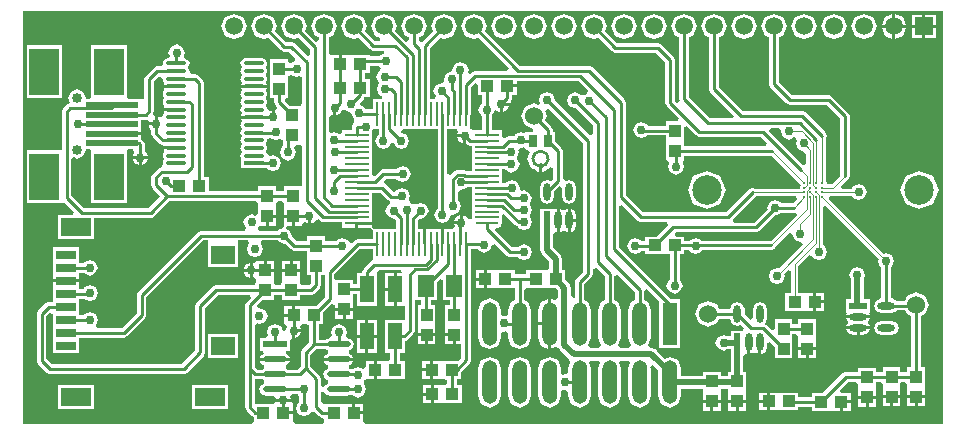
<source format=gtl>
G04 Layer_Physical_Order=1*
G04 Layer_Color=255*
%FSLAX43Y43*%
%MOMM*%
G71*
G01*
G75*
%ADD10C,0.250*%
%ADD11R,1.000X1.100*%
%ADD12O,0.600X1.500*%
%ADD13R,0.600X1.500*%
%ADD14R,1.100X1.000*%
%ADD15O,1.270X3.680*%
%ADD16R,1.270X3.680*%
%ADD17R,2.000X0.550*%
%ADD18O,2.000X0.550*%
%ADD19R,4.500X0.500*%
%ADD20R,2.500X4.000*%
%ADD21R,0.680X1.000*%
%ADD22C,0.508*%
%ADD23O,1.500X0.600*%
%ADD24R,1.500X0.600*%
%ADD25C,0.200*%
%ADD26R,0.220X2.000*%
%ADD27R,2.000X0.220*%
%ADD28O,2.000X0.220*%
%ADD29R,1.400X1.900*%
%ADD30R,1.200X2.300*%
%ADD31R,1.700X0.300*%
%ADD32O,1.700X0.300*%
%ADD33R,2.000X1.500*%
%ADD34R,2.500X1.500*%
%ADD35R,1.750X0.800*%
%ADD36C,0.254*%
%ADD37C,0.076*%
%ADD38C,0.508*%
%ADD39C,0.762*%
%ADD40C,1.524*%
%ADD41C,0.850*%
%ADD42R,1.500X1.500*%
%ADD43C,1.500*%
%ADD44C,2.500*%
G36*
X80820Y62318D02*
X80746Y62287D01*
X80545Y61801D01*
X80746Y61315D01*
X81232Y61114D01*
X81718Y61315D01*
X81919Y61801D01*
X82118Y61823D01*
X82144Y61822D01*
X82144Y61822D01*
X82630Y62023D01*
X82831Y62509D01*
X82630Y62995D01*
X82556Y63026D01*
Y63743D01*
X82767Y63884D01*
X82779Y63879D01*
X83265Y64081D01*
X83302Y64170D01*
X83728D01*
Y63219D01*
Y62219D01*
Y61465D01*
X83670Y61406D01*
X83371Y61464D01*
X83315Y61598D01*
X82956Y61747D01*
Y61112D01*
X82829D01*
Y60985D01*
X82195D01*
X82255Y60841D01*
X82085Y60587D01*
X81359D01*
Y59428D01*
X81320Y59333D01*
X81144D01*
X81105Y59428D01*
Y60587D01*
X79859D01*
Y59428D01*
X79820Y59333D01*
X79605D01*
Y60587D01*
X79144D01*
Y61322D01*
X79340Y61481D01*
X79375Y61466D01*
X79861Y61668D01*
X80062Y62154D01*
X79861Y62640D01*
X79375Y62841D01*
X78996Y62684D01*
X78718Y62691D01*
X78508Y62777D01*
X78390Y63101D01*
X78513Y63398D01*
X78312Y63884D01*
X77826Y64086D01*
X77340Y63884D01*
X77299Y63787D01*
X77053Y63763D01*
X76442Y64374D01*
X76368Y64405D01*
X76314Y64654D01*
X76476Y64840D01*
X77335D01*
X77365Y64767D01*
X77851Y64565D01*
X78337Y64767D01*
X78538Y65253D01*
X78337Y65739D01*
X77851Y65940D01*
X77365Y65739D01*
X77335Y65665D01*
X76225D01*
X75934Y65544D01*
X75490Y65100D01*
X75236Y65206D01*
Y65719D01*
Y66719D01*
Y67719D01*
Y68784D01*
X75246Y68788D01*
X75275Y68857D01*
X75368Y69079D01*
Y69079D01*
X75368Y69079D01*
X75820D01*
Y68591D01*
X75739Y68558D01*
X75538Y68072D01*
X75739Y67586D01*
X76225Y67385D01*
X76711Y67586D01*
X76850Y67920D01*
X77125D01*
X77263Y67586D01*
X77749Y67385D01*
X78235Y67586D01*
X78437Y68072D01*
X78235Y68558D01*
X77791Y68742D01*
X77714Y68825D01*
X77716Y68856D01*
X77853Y69079D01*
X80820D01*
Y62318D01*
D02*
G37*
G36*
X102680Y68542D02*
X102972Y68422D01*
X108211D01*
X108752Y67881D01*
X108655Y67646D01*
X101666D01*
Y68038D01*
X101666D01*
Y68130D01*
X101666D01*
Y69224D01*
X101901Y69321D01*
X102680Y68542D01*
D02*
G37*
G36*
X109905Y68922D02*
X109879Y68859D01*
X110080Y68373D01*
X110566Y68172D01*
X111030Y68364D01*
X111071Y68371D01*
X111091Y68368D01*
X111252Y68092D01*
X111149Y67843D01*
X111350Y67357D01*
X111836Y67156D01*
X112053Y66971D01*
Y66105D01*
X111799Y66000D01*
X108920Y68879D01*
X109025Y69133D01*
X109764D01*
X109905Y68922D01*
D02*
G37*
G36*
X123596Y44171D02*
X123575Y44120D01*
X74728D01*
X74540Y44280D01*
X74540Y44374D01*
Y44907D01*
X73736D01*
Y45034D01*
X73609D01*
Y45788D01*
X73094D01*
X72932Y45788D01*
X72678Y45788D01*
X71232D01*
X71031Y45916D01*
X70974Y45954D01*
Y46761D01*
X71228Y46812D01*
X71311Y46611D01*
X71716Y46443D01*
X73166D01*
X73341Y46515D01*
X73606Y46529D01*
X74092Y46328D01*
X74578Y46529D01*
X74779Y47015D01*
X74579Y47499D01*
X74562Y47541D01*
X74573Y47653D01*
X74608Y47779D01*
X74625Y47801D01*
X74667Y47840D01*
X74837Y47912D01*
X74959Y47912D01*
X75414D01*
Y48666D01*
Y49420D01*
X74737D01*
Y48918D01*
X74483Y48785D01*
X74092Y48947D01*
X73606Y48746D01*
X73351Y48781D01*
X73347Y48783D01*
Y49058D01*
X73571Y49151D01*
X73686Y49428D01*
X71196D01*
X71311Y49151D01*
X71535Y49058D01*
Y48783D01*
X71311Y48690D01*
X71143Y48285D01*
X71311Y47881D01*
X71535Y47788D01*
Y47513D01*
X71311Y47420D01*
X71228Y47219D01*
X70974Y47270D01*
Y47879D01*
X70853Y48171D01*
X70059Y48964D01*
Y49943D01*
X70529Y50413D01*
X71329D01*
X71535Y50328D01*
Y50053D01*
X71311Y49960D01*
X71196Y49682D01*
X73686D01*
X73571Y49960D01*
X73347Y50053D01*
Y50328D01*
X73571Y50421D01*
X73738Y50825D01*
X73571Y51230D01*
X73166Y51398D01*
X73045Y51579D01*
X73154Y51841D01*
X72952Y52327D01*
X72466Y52529D01*
X71980Y52327D01*
X71779Y51841D01*
X71875Y51609D01*
X71734Y51398D01*
X71716D01*
X71329Y51238D01*
X70745D01*
Y52561D01*
X71137D01*
Y53535D01*
X71890Y54289D01*
X72144Y54184D01*
Y53924D01*
X72898D01*
X73652D01*
Y54439D01*
X73652Y54601D01*
X73652Y54845D01*
X73677Y55099D01*
X73987D01*
Y54107D01*
X75695D01*
Y56915D01*
X75695D01*
X75695Y56915D01*
X75865Y57169D01*
X77700D01*
X77843Y56915D01*
X77843Y56915D01*
X77368D01*
Y55511D01*
Y54107D01*
X78048D01*
Y52915D01*
X76387D01*
Y50107D01*
X76829D01*
Y49600D01*
X76649Y49420D01*
X76437Y49420D01*
X76183Y49420D01*
X75668D01*
Y48666D01*
Y47912D01*
X76183D01*
X76345Y47912D01*
X76599Y47912D01*
X78045D01*
Y49420D01*
X77654D01*
Y50107D01*
X78095D01*
Y51137D01*
X78295Y51220D01*
X78752Y51677D01*
X78873Y51968D01*
Y54303D01*
X78891Y54549D01*
X79433D01*
Y54144D01*
X79129D01*
Y52698D01*
X79129Y52536D01*
X79129Y52282D01*
Y51767D01*
X79883D01*
X80637D01*
Y52282D01*
X80637Y52444D01*
X80637Y52698D01*
Y54144D01*
X80258D01*
Y54549D01*
X80799D01*
Y56124D01*
X81057Y56381D01*
X81291Y56284D01*
Y54549D01*
X81833D01*
Y54142D01*
X81491D01*
Y52534D01*
X81491D01*
Y52442D01*
X81491D01*
Y51765D01*
X82245D01*
Y51638D01*
X82372D01*
Y50834D01*
X82820D01*
Y49646D01*
X82594Y49420D01*
X81400D01*
X81238Y49420D01*
X80984Y49420D01*
X80469D01*
Y48666D01*
Y47912D01*
X80984D01*
X81146Y47912D01*
X81376Y47912D01*
X81630Y47854D01*
Y47543D01*
X81450Y47363D01*
X81263Y47363D01*
X81009Y47363D01*
X80494D01*
Y46609D01*
Y45855D01*
X81009D01*
X81171Y45855D01*
X81425Y45855D01*
X82871D01*
Y47363D01*
X82454D01*
Y47912D01*
X82846D01*
Y48506D01*
X83524Y49184D01*
X83644Y49475D01*
Y58920D01*
X84223D01*
X84274Y58798D01*
X84760Y58596D01*
X85246Y58798D01*
X85416Y59209D01*
X85682Y59302D01*
X86653Y58332D01*
X86944Y58211D01*
X87621D01*
X87652Y58137D01*
X88138Y57936D01*
X88624Y58137D01*
X88825Y58623D01*
X88624Y59109D01*
X88138Y59311D01*
X87652Y59109D01*
X87621Y59036D01*
X87115D01*
X85697Y60454D01*
X85794Y60689D01*
X85872D01*
X86151Y60804D01*
X86220Y60971D01*
X86266Y61083D01*
X86236Y61219D01*
X86236D01*
Y61716D01*
X86284Y61764D01*
X86471Y61841D01*
X87389Y60922D01*
X87609Y60831D01*
X87652Y60728D01*
X88138Y60527D01*
X88624Y60728D01*
X88825Y61214D01*
X88715Y61481D01*
X88628Y61709D01*
X88715Y61937D01*
X88825Y62205D01*
X88708Y62487D01*
X88624Y62691D01*
X88693Y62937D01*
X88800Y63195D01*
X88599Y63681D01*
X88113Y63883D01*
X87947Y63814D01*
X87752Y64008D01*
X87784Y64084D01*
X87583Y64570D01*
X87097Y64772D01*
X86611Y64570D01*
X86579Y64495D01*
X86236D01*
Y65670D01*
X86548D01*
X86585Y65579D01*
X87071Y65378D01*
X87557Y65579D01*
X87759Y66065D01*
X87557Y66551D01*
X87506Y66572D01*
X87506Y66621D01*
X87708Y67107D01*
X87634Y67285D01*
X87813Y67465D01*
X87884Y67435D01*
X88120Y67533D01*
X88331Y67392D01*
Y67317D01*
X88510D01*
X88651Y67106D01*
X88422Y66551D01*
X88748Y65764D01*
X89139Y65602D01*
X89172Y65523D01*
X89433Y65415D01*
Y65912D01*
X89687D01*
Y65415D01*
X89949Y65523D01*
X89992Y65627D01*
X90323Y65764D01*
X90347Y65821D01*
X90596Y65771D01*
Y64834D01*
X90403Y64642D01*
X90073Y64778D01*
X89649Y64603D01*
X89474Y64179D01*
Y63279D01*
X89649Y62855D01*
X90073Y62679D01*
X90497Y62855D01*
X90673Y63279D01*
Y63745D01*
X91129Y64201D01*
X91374Y64087D01*
Y63279D01*
X91549Y62855D01*
X91973Y62679D01*
X92397Y62855D01*
X92573Y63279D01*
Y64179D01*
X92397Y64603D01*
X91973Y64778D01*
X91670Y64653D01*
X91421Y64806D01*
Y67208D01*
X91300Y67500D01*
X90739Y68060D01*
Y68825D01*
X90558D01*
Y68986D01*
X90437Y69277D01*
X89925Y69790D01*
X90076Y70155D01*
X89909Y70557D01*
X90083Y70792D01*
X90267Y70795D01*
X93161Y67901D01*
Y56991D01*
X92545Y56375D01*
X92425Y56083D01*
Y54808D01*
X92358Y54772D01*
X92104Y54925D01*
Y55637D01*
X91943Y56026D01*
X91633Y56336D01*
Y57117D01*
X91378D01*
Y58092D01*
X91217Y58480D01*
X90623Y59075D01*
Y60170D01*
X90870Y60343D01*
X90896Y60332D01*
Y61329D01*
Y62326D01*
X90737Y62260D01*
X90627Y62333D01*
Y62333D01*
X89519D01*
Y60325D01*
X89524D01*
Y58847D01*
X89685Y58458D01*
X90279Y57864D01*
Y57296D01*
X90099Y57117D01*
X89771Y57117D01*
X88325D01*
Y56750D01*
X87342D01*
Y57091D01*
X85896D01*
X85734Y57091D01*
X85480Y57091D01*
X84965D01*
Y56337D01*
Y55583D01*
X85480D01*
X85642Y55583D01*
X85896Y55583D01*
X87342D01*
X87345Y55330D01*
Y54574D01*
X87077Y54463D01*
X86795Y53783D01*
Y53371D01*
X86584Y53230D01*
X86436Y53291D01*
X86390Y53272D01*
X86179Y53413D01*
Y53783D01*
X85897Y54463D01*
X85217Y54745D01*
X84537Y54463D01*
X84255Y53783D01*
Y51373D01*
X84537Y50693D01*
X85217Y50411D01*
X85897Y50693D01*
X86179Y51373D01*
Y51794D01*
X86390Y51935D01*
X86436Y51916D01*
X86584Y51977D01*
X86795Y51836D01*
Y51373D01*
X87077Y50693D01*
X87757Y50411D01*
X88437Y50693D01*
X88719Y51373D01*
Y53783D01*
X88437Y54463D01*
X88169Y54574D01*
Y55419D01*
X88325Y55609D01*
X89771D01*
X89933Y55609D01*
X90187Y55609D01*
X90805D01*
X91004Y55409D01*
Y54727D01*
X90750Y54557D01*
X90424Y54693D01*
Y52578D01*
Y50463D01*
X90799Y50619D01*
X91121Y50505D01*
X91165Y50398D01*
X91940Y49624D01*
X92067Y49296D01*
X91875Y48833D01*
Y48424D01*
X91664Y48283D01*
X91592Y48312D01*
X91470Y48262D01*
X91259Y48403D01*
Y48833D01*
X90977Y49513D01*
X90297Y49795D01*
X89617Y49513D01*
X89335Y48833D01*
Y46423D01*
X89617Y45743D01*
X90297Y45461D01*
X90977Y45743D01*
X91259Y46423D01*
Y46847D01*
X91470Y46988D01*
X91592Y46938D01*
X91664Y46967D01*
X91875Y46826D01*
Y46423D01*
X92157Y45743D01*
X92837Y45461D01*
X93517Y45743D01*
X93799Y46423D01*
Y48833D01*
X93626Y49252D01*
X93767Y49463D01*
X94447D01*
X94588Y49252D01*
X94415Y48833D01*
Y46423D01*
X94697Y45743D01*
X95377Y45461D01*
X96057Y45743D01*
X96339Y46423D01*
Y48833D01*
X96166Y49252D01*
X96307Y49463D01*
X96987D01*
X97128Y49252D01*
X96955Y48833D01*
Y46423D01*
X97237Y45743D01*
X97917Y45461D01*
X98597Y45743D01*
X98879Y46423D01*
Y48833D01*
X98829Y48954D01*
X99044Y49098D01*
X99495Y48648D01*
Y46423D01*
X99777Y45743D01*
X100457Y45461D01*
X101137Y45743D01*
X101419Y46423D01*
Y47078D01*
X103269D01*
X103284Y46831D01*
X103284Y46669D01*
Y46154D01*
X104038D01*
X104792D01*
Y46669D01*
X104792Y46831D01*
X104808Y47078D01*
X105402D01*
X105418Y46831D01*
X105418Y46669D01*
Y46154D01*
X106172D01*
X106926D01*
Y46669D01*
X106926Y46831D01*
X106926Y47085D01*
Y48531D01*
X106722D01*
Y49861D01*
X106960Y50037D01*
X107036Y50006D01*
Y51003D01*
X107290D01*
Y50006D01*
X107439Y50068D01*
X107638Y50117D01*
X107836Y50068D01*
X107986Y50006D01*
Y51003D01*
X108240D01*
Y50006D01*
X108537Y50129D01*
X108712Y50553D01*
Y50926D01*
X108947Y51023D01*
X109355Y50615D01*
Y49640D01*
X110863D01*
Y51086D01*
X110863Y51248D01*
X110863D01*
Y51340D01*
X110863D01*
Y51732D01*
X111182D01*
X111362Y51552D01*
X111362Y51366D01*
X111362Y51112D01*
Y50597D01*
X112116D01*
X112870D01*
Y51112D01*
X112870Y51274D01*
X112870Y51528D01*
Y52974D01*
X111362D01*
Y52557D01*
X110863D01*
Y52948D01*
X109355D01*
Y52113D01*
X109120Y52016D01*
X108623Y52514D01*
X108544Y52547D01*
X108712Y52953D01*
Y53853D01*
X108537Y54277D01*
X108113Y54453D01*
X107689Y54277D01*
X107513Y53853D01*
Y53045D01*
X107268Y52931D01*
X106812Y53387D01*
Y53853D01*
X106637Y54277D01*
X106213Y54453D01*
X105789Y54277D01*
X105613Y53853D01*
Y53816D01*
X104653D01*
X104486Y54219D01*
X103708Y54541D01*
X102931Y54219D01*
X102608Y53442D01*
X102931Y52664D01*
X103708Y52342D01*
X104486Y52664D01*
X104621Y52991D01*
X105613D01*
Y52953D01*
X105789Y52529D01*
X106213Y52354D01*
X106542Y52490D01*
X106775Y52258D01*
X106666Y52007D01*
X105659D01*
Y51528D01*
X105361D01*
X105029Y51665D01*
X104543Y51464D01*
X104342Y50978D01*
X104543Y50492D01*
X105029Y50290D01*
X105361Y50428D01*
X105622D01*
Y48531D01*
X105418D01*
Y48178D01*
X104792D01*
Y48531D01*
X103284D01*
Y48178D01*
X101419D01*
Y48833D01*
X101137Y49513D01*
X100457Y49795D01*
X100065Y49633D01*
X99397Y50301D01*
X99573Y50484D01*
X101346D01*
Y54672D01*
X100572D01*
X96170Y59073D01*
Y62528D01*
X96405Y62625D01*
X97727Y61303D01*
X98019Y61183D01*
X100245D01*
X100350Y60929D01*
X99383Y59961D01*
X98408D01*
Y59594D01*
X98078D01*
X98047Y59668D01*
X97561Y59869D01*
X97075Y59668D01*
X96874Y59182D01*
X97075Y58696D01*
X97561Y58495D01*
X98047Y58696D01*
X98078Y58770D01*
X98408D01*
Y58453D01*
X99854D01*
X100016Y58453D01*
Y58453D01*
X100108D01*
Y58453D01*
X100500D01*
Y56330D01*
X100403Y56290D01*
X100201Y55804D01*
X100403Y55318D01*
X100889Y55116D01*
X101375Y55318D01*
X101576Y55804D01*
X101375Y56290D01*
X101325Y56311D01*
Y58453D01*
X101716D01*
Y58795D01*
X102140D01*
X102181Y58696D01*
X102667Y58495D01*
X103153Y58696D01*
X103194Y58795D01*
X109068D01*
X109359Y58916D01*
X109455Y59148D01*
X110650Y60343D01*
X110866Y60199D01*
X110844Y60147D01*
X111045Y59661D01*
X111531Y59460D01*
X111583Y59481D01*
X111727Y59266D01*
X109720Y57259D01*
X109550Y57329D01*
X109064Y57128D01*
X108863Y56642D01*
X109064Y56156D01*
X109550Y55955D01*
X110036Y56156D01*
X110238Y56642D01*
X110167Y56812D01*
X110500Y57144D01*
X110734Y57047D01*
Y55186D01*
X110247D01*
Y53678D01*
X111693D01*
X111855Y53678D01*
X112109Y53678D01*
X112624D01*
Y54432D01*
Y55186D01*
X112109D01*
X111947Y55186D01*
X111693Y55186D01*
X111367D01*
Y57478D01*
X112292Y58403D01*
X112541Y58354D01*
X112620Y58163D01*
X113106Y57961D01*
X113592Y58163D01*
X113794Y58649D01*
X113592Y59135D01*
X113422Y59205D01*
Y62465D01*
X113657Y62562D01*
X118166Y58053D01*
X118095Y57884D01*
X118297Y57398D01*
X118370Y57367D01*
Y54722D01*
X117947Y54546D01*
X117772Y54122D01*
X117947Y53698D01*
X118371Y53523D01*
X119271D01*
X119695Y53698D01*
X119700Y53710D01*
X120420D01*
X120558Y53375D01*
X120923Y53224D01*
Y48884D01*
X120582D01*
Y48493D01*
X120007D01*
Y48886D01*
X118499D01*
Y48493D01*
X117950D01*
Y48861D01*
X116442D01*
Y48493D01*
X115390D01*
X115099Y48372D01*
X113455Y46728D01*
X112480D01*
Y46386D01*
X111370D01*
Y46753D01*
X109924D01*
X109762Y46753D01*
X109508Y46753D01*
X108993D01*
Y45999D01*
Y45245D01*
X109508D01*
X109670Y45245D01*
X109924Y45245D01*
X111370D01*
Y45562D01*
X112480D01*
Y45220D01*
X113926D01*
X114088Y45220D01*
Y45220D01*
X114180D01*
Y45220D01*
X114857D01*
Y45974D01*
X114984D01*
Y46101D01*
X115788D01*
Y46728D01*
X114953D01*
X114856Y46963D01*
X115561Y47668D01*
X116262D01*
X116442Y47488D01*
X116442Y47253D01*
X116442Y46999D01*
Y46484D01*
X117196D01*
X117950D01*
Y46999D01*
X117950Y47161D01*
X117950Y47414D01*
X117952Y47668D01*
X118319D01*
X118499Y47488D01*
X118499Y47278D01*
X118499Y47024D01*
Y46509D01*
X119253D01*
X120007D01*
Y47024D01*
X120007Y47186D01*
X120007Y47414D01*
X120070Y47668D01*
X120402D01*
X120582Y47488D01*
X120582Y47276D01*
X120582Y47022D01*
Y46507D01*
X121336D01*
X122090D01*
Y47022D01*
X122090Y47184D01*
X122090Y47438D01*
Y48884D01*
X121748D01*
Y53224D01*
X122113Y53375D01*
X122436Y54153D01*
X122113Y54930D01*
X121336Y55253D01*
X120558Y54930D01*
X120394Y54535D01*
X119700D01*
X119695Y54546D01*
X119271Y54722D01*
X119195D01*
Y57367D01*
X119269Y57398D01*
X119470Y57884D01*
X119269Y58370D01*
X118783Y58571D01*
X118613Y58501D01*
X113961Y63152D01*
X114058Y63387D01*
X115913D01*
X115973Y63243D01*
X116459Y63041D01*
X116945Y63243D01*
X117146Y63729D01*
X116945Y64215D01*
X116459Y64416D01*
X115973Y64215D01*
X115892Y64019D01*
X115040D01*
X114942Y64254D01*
X115375Y64687D01*
X115608Y64783D01*
X115728Y65075D01*
Y70155D01*
X115608Y70446D01*
X114236Y71818D01*
X113944Y71939D01*
X110788D01*
X109709Y73018D01*
Y76834D01*
X110065Y76981D01*
X110383Y77749D01*
X110065Y78518D01*
X109296Y78836D01*
X108528Y78518D01*
X108209Y77749D01*
X108528Y76981D01*
X108884Y76834D01*
Y72847D01*
X109005Y72556D01*
X110325Y71235D01*
X110617Y71114D01*
X113774D01*
X114904Y69984D01*
Y65110D01*
X114207Y64413D01*
X113809D01*
X113753Y64497D01*
X113686Y64659D01*
Y68262D01*
X113782Y68494D01*
X113661Y68786D01*
X111975Y70472D01*
X111684Y70593D01*
X106698D01*
X104629Y72662D01*
Y76834D01*
X104985Y76981D01*
X105303Y77749D01*
X104985Y78518D01*
X104216Y78836D01*
X103448Y78518D01*
X103129Y77749D01*
X103448Y76981D01*
X103804Y76834D01*
Y72492D01*
X103925Y72200D01*
X105932Y70192D01*
X105835Y69958D01*
X103904D01*
X102089Y71773D01*
Y76834D01*
X102445Y76981D01*
X102763Y77749D01*
X102445Y78518D01*
X101676Y78836D01*
X100908Y78518D01*
X100589Y77749D01*
X100908Y76981D01*
X101264Y76834D01*
Y71603D01*
X101348Y71400D01*
X101132Y71257D01*
X100920Y71469D01*
Y74879D01*
X100799Y75171D01*
X99733Y76238D01*
X99441Y76358D01*
X96030D01*
X94995Y77393D01*
X95143Y77749D01*
X94825Y78518D01*
X94056Y78836D01*
X93288Y78518D01*
X92969Y77749D01*
X93288Y76981D01*
X94056Y76663D01*
X94412Y76810D01*
X95568Y75654D01*
X95860Y75534D01*
X99270D01*
X100095Y74708D01*
Y71298D01*
X100216Y71006D01*
X101250Y69972D01*
X101153Y69738D01*
X100158D01*
Y69346D01*
X98608D01*
X98555Y69472D01*
X98069Y69674D01*
X97583Y69472D01*
X97382Y68986D01*
X97583Y68500D01*
X98069Y68299D01*
X98555Y68500D01*
X98564Y68521D01*
X100158D01*
Y68130D01*
X100158D01*
Y68038D01*
X100158D01*
Y66430D01*
X100253D01*
X100422Y66176D01*
X100303Y65888D01*
X100504Y65402D01*
X100990Y65200D01*
X101476Y65402D01*
X101678Y65888D01*
X101558Y66176D01*
X101666Y66430D01*
X101666D01*
Y66821D01*
X109098D01*
X111532Y64388D01*
X111569Y64297D01*
X111486Y64097D01*
X111430Y64013D01*
X107744D01*
X107512Y64109D01*
X107220Y63988D01*
X105239Y62007D01*
X98189D01*
X96755Y63442D01*
Y71298D01*
X96634Y71589D01*
X93941Y74282D01*
X93650Y74403D01*
X87826D01*
X84835Y77393D01*
X84983Y77749D01*
X84665Y78518D01*
X83896Y78836D01*
X83128Y78518D01*
X82809Y77749D01*
X83128Y76981D01*
X83896Y76663D01*
X84252Y76810D01*
X86832Y74231D01*
X86734Y73996D01*
X84023D01*
X83732Y73875D01*
X83569Y73713D01*
X83354Y73857D01*
X83441Y74066D01*
X83239Y74552D01*
X82753Y74754D01*
X82267Y74552D01*
X82066Y74066D01*
X81859Y73901D01*
X81531Y73765D01*
X81329Y73279D01*
X81378Y73162D01*
X81198Y72982D01*
X81153Y73001D01*
X80667Y72800D01*
X80466Y72314D01*
X80667Y71828D01*
X80586Y71587D01*
X80144D01*
Y75954D01*
X81000Y76810D01*
X81356Y76663D01*
X82125Y76981D01*
X82443Y77749D01*
X82125Y78518D01*
X81356Y78836D01*
X80588Y78518D01*
X80269Y77749D01*
X80417Y77393D01*
X79483Y76459D01*
X79283Y76506D01*
X79229Y76537D01*
Y76834D01*
X79585Y76981D01*
X79903Y77749D01*
X79585Y78518D01*
X78816Y78836D01*
X78048Y78518D01*
X77729Y77749D01*
X78048Y76981D01*
X78404Y76834D01*
Y76564D01*
X78150Y76459D01*
X77215Y77393D01*
X77363Y77749D01*
X77045Y78518D01*
X76276Y78836D01*
X75508Y78518D01*
X75189Y77749D01*
X75508Y76981D01*
X75968Y76790D01*
X75918Y76536D01*
X75533D01*
X74675Y77393D01*
X74823Y77749D01*
X74505Y78518D01*
X73736Y78836D01*
X72968Y78518D01*
X72649Y77749D01*
X72968Y76981D01*
X73736Y76663D01*
X74092Y76810D01*
X75070Y75832D01*
X75362Y75711D01*
X76263D01*
X76313Y75457D01*
X75968Y75314D01*
X75938Y75241D01*
X75074D01*
Y75303D01*
X73466D01*
Y75303D01*
X73374D01*
Y75303D01*
X72697D01*
Y74549D01*
X72443D01*
Y75303D01*
X71766D01*
X71609Y75492D01*
Y76834D01*
X71965Y76981D01*
X72283Y77749D01*
X71965Y78518D01*
X71196Y78836D01*
X70428Y78518D01*
X70109Y77749D01*
X70428Y76981D01*
X70784Y76834D01*
Y76564D01*
X70530Y76459D01*
X69595Y77393D01*
X69743Y77749D01*
X69425Y78518D01*
X68656Y78836D01*
X67888Y78518D01*
X67569Y77749D01*
X67888Y76981D01*
X68656Y76663D01*
X69012Y76810D01*
X70022Y75801D01*
Y75343D01*
X69787Y75246D01*
X68719Y76314D01*
X68428Y76435D01*
X68014D01*
X67055Y77393D01*
X67203Y77749D01*
X66885Y78518D01*
X66116Y78836D01*
X65348Y78518D01*
X65029Y77749D01*
X65348Y76981D01*
X66116Y76663D01*
X66472Y76810D01*
X67552Y75731D01*
X67843Y75610D01*
X68257D01*
X68780Y75087D01*
X68720Y74787D01*
X68420Y74663D01*
X68166Y74753D01*
Y74970D01*
X66658D01*
Y73524D01*
X66658Y73362D01*
X66658Y73108D01*
Y71662D01*
X66999D01*
Y71321D01*
X67120Y71030D01*
X67261Y70888D01*
X67117Y70673D01*
X67046Y70703D01*
Y70068D01*
X66792D01*
Y70703D01*
X66625Y70634D01*
X66357Y70798D01*
X66348Y70820D01*
X66267Y71043D01*
X66348Y71267D01*
X66390Y71368D01*
X66348Y71470D01*
X66267Y71693D01*
X66348Y71917D01*
X66390Y72018D01*
X66348Y72120D01*
X66267Y72343D01*
X66339Y72541D01*
X65253D01*
X64167D01*
X64238Y72343D01*
X64157Y72120D01*
X64115Y72018D01*
X64157Y71917D01*
X64238Y71693D01*
X64157Y71470D01*
X64115Y71368D01*
X64157Y71267D01*
X64238Y71043D01*
X64157Y70820D01*
X64115Y70718D01*
X64157Y70617D01*
X64238Y70393D01*
X64167Y70195D01*
X65253D01*
Y69941D01*
X64167D01*
X64238Y69743D01*
X64157Y69520D01*
X64115Y69418D01*
X64157Y69317D01*
X64238Y69093D01*
X64157Y68870D01*
X64115Y68768D01*
X64157Y68667D01*
X64238Y68443D01*
X64157Y68220D01*
X64115Y68118D01*
X64157Y68017D01*
X64238Y67793D01*
X64157Y67570D01*
X64115Y67468D01*
X64157Y67367D01*
X64238Y67143D01*
X64157Y66920D01*
X64115Y66818D01*
X64191Y66636D01*
X64149Y66572D01*
X64149D01*
Y65764D01*
X65232D01*
X65253Y65756D01*
X66360D01*
X66391Y65682D01*
X66877Y65481D01*
X67363Y65682D01*
X67564Y66168D01*
X67363Y66654D01*
X66877Y66856D01*
X66625Y66751D01*
X66351Y66912D01*
X66348Y66920D01*
X66267Y67143D01*
X66348Y67367D01*
X66390Y67468D01*
X66348Y67570D01*
X66267Y67793D01*
X66348Y68017D01*
X66390Y68118D01*
X66379Y68145D01*
X66404Y68182D01*
X66621Y68297D01*
X67107Y68096D01*
X67496Y68257D01*
X67750Y68122D01*
Y67725D01*
X67750D01*
X67663Y67507D01*
X67486Y67081D01*
X67688Y66595D01*
X68174Y66394D01*
X68660Y66595D01*
X68861Y67081D01*
X68699Y67471D01*
X68834Y67725D01*
X69258Y67725D01*
X69336Y67504D01*
Y64456D01*
X69334Y64202D01*
X69082Y64202D01*
X67826D01*
Y63785D01*
X67150D01*
Y64202D01*
X65642D01*
Y63785D01*
X61457D01*
Y64965D01*
X61066D01*
Y72951D01*
X60945Y73242D01*
X60577Y73610D01*
X60286Y73731D01*
X59970D01*
X59829Y73942D01*
X59840Y73968D01*
X59798Y74070D01*
X59717Y74293D01*
X59798Y74517D01*
X59840Y74618D01*
X59712Y74927D01*
X59474Y75026D01*
X59309Y75290D01*
X59412Y75540D01*
X59211Y76026D01*
X58725Y76227D01*
X58239Y76026D01*
X58037Y75540D01*
X58151Y75267D01*
X58046Y75110D01*
X57969Y75042D01*
X57693Y74927D01*
X57565Y74618D01*
X57576Y74592D01*
X57435Y74381D01*
X57077D01*
X56786Y74260D01*
X56096Y73571D01*
X55976Y73279D01*
Y71635D01*
X55741Y71589D01*
Y71589D01*
X54707D01*
X54491Y71681D01*
X54491Y71843D01*
Y76189D01*
X51483D01*
Y71843D01*
X51483Y71681D01*
X51267Y71589D01*
X51091D01*
X51027Y71685D01*
X50812Y72204D01*
X50292Y72420D01*
X49772Y72204D01*
X49557Y71685D01*
X49726Y71276D01*
X49442Y71158D01*
X49111Y70827D01*
X48991Y70536D01*
Y67289D01*
X46033D01*
Y62781D01*
X49041D01*
Y62781D01*
X49292Y62774D01*
X50064Y62002D01*
X49967Y61767D01*
X48723D01*
Y59759D01*
X51731D01*
Y61538D01*
X56515D01*
X56807Y61659D01*
X58108Y62961D01*
X65462D01*
X65642Y62781D01*
X65642Y62594D01*
X65642Y62340D01*
Y61891D01*
X65388Y61721D01*
X65075Y61851D01*
X64589Y61649D01*
X64387Y61163D01*
X64574Y60712D01*
X64476Y60458D01*
X60808D01*
X60516Y60337D01*
X55461Y55283D01*
X55341Y54991D01*
Y53485D01*
X54086Y52230D01*
X52010D01*
X51896Y52484D01*
X52072Y52908D01*
X51870Y53394D01*
X51384Y53596D01*
X50898Y53394D01*
X50872Y53330D01*
X50481D01*
Y54706D01*
X50889D01*
X50898Y54683D01*
X51384Y54481D01*
X51870Y54683D01*
X52072Y55169D01*
X51870Y55655D01*
X51384Y55856D01*
X50898Y55655D01*
X50847Y55530D01*
X50481D01*
Y56091D01*
X49352D01*
X48223D01*
Y55564D01*
Y54430D01*
X47897D01*
X47605Y54310D01*
X47003Y53708D01*
X46882Y53416D01*
Y49454D01*
X47003Y49162D01*
X47714Y48451D01*
X48006Y48330D01*
X59309D01*
X59601Y48451D01*
X61023Y49873D01*
X61144Y50165D01*
Y53931D01*
X62214Y55002D01*
X64907D01*
X65004Y54767D01*
X64656Y54419D01*
X64535Y54127D01*
Y48717D01*
Y45491D01*
X64656Y45200D01*
X65088Y44768D01*
X65261Y44696D01*
Y44374D01*
X65261Y44306D01*
X65097Y44120D01*
X45720D01*
Y78786D01*
X45720Y79045D01*
X45953Y79096D01*
X123596D01*
Y44171D01*
D02*
G37*
G36*
X82590Y68825D02*
X82499Y68605D01*
X83134D01*
Y68478D01*
X83261D01*
Y67782D01*
X83530Y67670D01*
X83728D01*
Y66719D01*
Y65495D01*
X83329D01*
X83042Y65614D01*
X82516D01*
X82224Y65493D01*
X81898Y65168D01*
X81680Y65224D01*
X81644Y65246D01*
Y69079D01*
X82431D01*
X82590Y68825D01*
D02*
G37*
G36*
X75999Y74266D02*
X75965Y73994D01*
X75841Y73943D01*
X75640Y73457D01*
X75841Y72971D01*
X75866Y72960D01*
X75866Y72927D01*
X75665Y72441D01*
X75866Y71955D01*
X76142Y71841D01*
X76092Y71587D01*
X75368D01*
Y70745D01*
X74731D01*
X74679Y70869D01*
X74381Y70993D01*
X74286Y71062D01*
X74225Y71305D01*
X74561Y71641D01*
X74633Y71814D01*
X75074D01*
Y73322D01*
X74682D01*
Y73795D01*
X75074D01*
Y74416D01*
X75846D01*
X75999Y74266D01*
D02*
G37*
G36*
X68885Y73481D02*
X69125Y73580D01*
X69336Y73439D01*
Y71255D01*
X69258Y71033D01*
X69082Y71033D01*
X68283D01*
X67908Y71408D01*
X68013Y71662D01*
X68166D01*
Y73108D01*
X68166Y73270D01*
X68166Y73583D01*
X68420Y73673D01*
X68885Y73481D01*
D02*
G37*
G36*
X72238Y70231D02*
X72597Y70380D01*
X72717Y70670D01*
X72992D01*
X72996Y70659D01*
X73294Y70536D01*
X73506Y70383D01*
X73707Y69897D01*
X73768Y69872D01*
Y69598D01*
X73690Y69566D01*
X73570Y69274D01*
Y68947D01*
X72728D01*
Y68758D01*
X72474Y68639D01*
X72060Y68810D01*
X71820Y68711D01*
X71609Y68852D01*
Y70112D01*
X71863Y70281D01*
X71984Y70231D01*
Y70866D01*
X72238D01*
Y70231D01*
D02*
G37*
G36*
X84210Y72828D02*
Y71966D01*
X84570D01*
Y71238D01*
X84477Y71200D01*
X84276Y70714D01*
X84477Y70228D01*
X84570Y70189D01*
Y68947D01*
X83795D01*
X83675Y69026D01*
X83596Y69146D01*
Y70216D01*
X83644Y70333D01*
Y72622D01*
X83956Y72933D01*
X84210Y72828D01*
D02*
G37*
G36*
X57399Y73499D02*
X57565Y73318D01*
X57607Y73217D01*
X57688Y72993D01*
X57617Y72795D01*
X58703D01*
Y72541D01*
X57617D01*
X57688Y72343D01*
X57607Y72120D01*
X57565Y72018D01*
X57607Y71917D01*
X57688Y71693D01*
X57607Y71470D01*
X57565Y71368D01*
X57607Y71267D01*
X57688Y71043D01*
X57617Y70845D01*
X58703D01*
Y70591D01*
X57617D01*
X57688Y70393D01*
X57612Y70183D01*
X57331Y70044D01*
X57125Y70129D01*
Y69494D01*
X56998D01*
Y69367D01*
X56363D01*
X56512Y69008D01*
X56585Y68978D01*
Y68682D01*
X56706Y68390D01*
X57269Y67827D01*
X57561Y67706D01*
X57624Y67611D01*
X57618Y67595D01*
X58703D01*
Y67341D01*
X57617D01*
X57688Y67143D01*
X57607Y66920D01*
X57565Y66818D01*
X57607Y66717D01*
X57688Y66493D01*
X57607Y66270D01*
X57565Y66168D01*
X57595Y66097D01*
X57455Y65843D01*
X57163Y65722D01*
X56706Y65265D01*
X56585Y64973D01*
Y64313D01*
X56706Y64021D01*
X57354Y63373D01*
X56344Y62363D01*
X50869D01*
X49815Y63417D01*
Y66518D01*
X50027Y66660D01*
X50292Y66550D01*
X50812Y66765D01*
X51027Y67285D01*
X51091Y67381D01*
X51267D01*
X51483Y67289D01*
X51483Y67127D01*
Y62781D01*
X54491D01*
Y67127D01*
X54491Y67289D01*
X54707Y67381D01*
X55068D01*
X55140Y67136D01*
X54991Y66777D01*
X56261D01*
X56112Y67136D01*
X56038Y67166D01*
Y67793D01*
X55918Y68084D01*
X55826Y68176D01*
X55741Y68211D01*
Y68558D01*
X53237D01*
Y68812D01*
X55741D01*
Y68981D01*
Y69872D01*
X56111D01*
X56209Y69912D01*
X56403Y69718D01*
X56363Y69621D01*
X56871D01*
Y70136D01*
X56861Y70142D01*
X56707Y70336D01*
X56800Y70561D01*
Y73108D01*
X57205Y73512D01*
X57399Y73499D01*
D02*
G37*
G36*
X97505Y55277D02*
Y54574D01*
X97237Y54463D01*
X96955Y53783D01*
Y51373D01*
X97185Y50816D01*
X97035Y50562D01*
X96259D01*
X96109Y50816D01*
X96339Y51373D01*
Y53783D01*
X96057Y54463D01*
X95789Y54574D01*
Y56633D01*
X96043Y56739D01*
X97505Y55277D01*
D02*
G37*
G36*
X71266Y54832D02*
X70503Y54069D01*
X69691D01*
X69529Y54069D01*
X69275Y54069D01*
X68760D01*
Y53315D01*
X68633D01*
Y53188D01*
X67829D01*
Y52561D01*
X67903D01*
X68073Y52307D01*
X67960Y52033D01*
X67709Y51975D01*
X67542Y52378D01*
X67056Y52580D01*
X66570Y52378D01*
X66369Y51892D01*
X66486Y51608D01*
X66317Y51354D01*
X65787D01*
Y50296D01*
X66059D01*
X66109Y50042D01*
X65911Y49960D01*
X65796Y49682D01*
X68286D01*
X68171Y49960D01*
X67972Y50042D01*
X68023Y50296D01*
X68295D01*
Y51171D01*
X68504Y51310D01*
Y51994D01*
X68631D01*
Y52121D01*
X69266D01*
X69189Y52307D01*
X69358Y52561D01*
X69666Y52561D01*
X69920Y52502D01*
Y50971D01*
X69355Y50406D01*
X69234Y50114D01*
Y48964D01*
X68968Y48698D01*
X68153D01*
X67947Y48783D01*
Y49058D01*
X68171Y49151D01*
X68286Y49428D01*
X65796D01*
X65911Y49151D01*
X66135Y49058D01*
Y48815D01*
X65916Y48698D01*
X65550D01*
X65360Y48888D01*
Y52478D01*
X65571Y52619D01*
X65735Y52551D01*
X66221Y52752D01*
X66423Y53238D01*
X66221Y53724D01*
X65735Y53926D01*
X65656Y53893D01*
X65512Y54108D01*
X65997Y54593D01*
X66972D01*
Y55002D01*
X67663D01*
Y54610D01*
X69171D01*
Y55002D01*
X70070D01*
X70361Y55122D01*
X70827Y55588D01*
X70948Y55880D01*
Y56676D01*
X71266D01*
Y54832D01*
D02*
G37*
G36*
X94965Y56598D02*
Y54574D01*
X94697Y54463D01*
X94415Y53783D01*
Y51373D01*
X94645Y50816D01*
X94495Y50562D01*
X93719D01*
X93569Y50816D01*
X93799Y51373D01*
Y53783D01*
X93517Y54463D01*
X93249Y54574D01*
Y55912D01*
X93865Y56528D01*
X93986Y56820D01*
Y57218D01*
X94240Y57323D01*
X94965Y56598D01*
D02*
G37*
G36*
X66135Y47788D02*
Y47513D01*
X65911Y47420D01*
X65743Y47015D01*
X65911Y46611D01*
X66316Y46443D01*
X66993D01*
X67134Y46232D01*
X67132Y46228D01*
X68402D01*
X68352Y46349D01*
X68522Y46603D01*
X69003D01*
X69034Y46529D01*
X69107Y46499D01*
Y45932D01*
X69034Y45901D01*
X68832Y45415D01*
X69034Y44929D01*
X69520Y44728D01*
X70006Y44929D01*
X70077Y45102D01*
X70372Y45149D01*
X70778Y44743D01*
X71069Y44622D01*
X71181Y44510D01*
X71173Y44229D01*
X71045Y44120D01*
X68734D01*
X68569Y44306D01*
X68569Y44374D01*
Y44933D01*
X67765D01*
Y45187D01*
X68569D01*
Y45814D01*
X68564D01*
X68457Y45974D01*
X67076D01*
X66961Y45814D01*
X66869D01*
Y45814D01*
X65360D01*
Y47860D01*
X65380Y47873D01*
X65929D01*
X66135Y47788D01*
D02*
G37*
G36*
X99568Y54509D02*
Y50489D01*
X99385Y50313D01*
X99296Y50401D01*
X98908Y50562D01*
X98799D01*
X98649Y50816D01*
X98879Y51373D01*
Y53783D01*
X98597Y54463D01*
X98329Y54574D01*
Y55389D01*
X98502Y55496D01*
X98564Y55513D01*
X99568Y54509D01*
D02*
G37*
G36*
X111242Y61829D02*
X109033Y59620D01*
X103173D01*
X103153Y59668D01*
X102667Y59869D01*
X102181Y59668D01*
X102161Y59620D01*
X101716D01*
Y59961D01*
X101039D01*
X100914Y60215D01*
X100993Y60319D01*
X107747D01*
X108038Y60440D01*
X109350Y61751D01*
X109423Y61720D01*
X109909Y61922D01*
X109940Y61995D01*
X110981D01*
X111098Y62044D01*
X111242Y61829D01*
D02*
G37*
G36*
X111272Y63146D02*
X110946Y62820D01*
X109940D01*
X109909Y62894D01*
X109423Y63095D01*
X108937Y62894D01*
X108736Y62408D01*
X108766Y62334D01*
X107576Y61144D01*
X105901D01*
X105796Y61398D01*
X107779Y63381D01*
X111174D01*
X111272Y63146D01*
D02*
G37*
G36*
X76594Y63056D02*
X76769Y62984D01*
Y62709D01*
X76603Y62640D01*
X76402Y62154D01*
X76603Y61668D01*
X77089Y61466D01*
X77124Y61481D01*
X77320Y61322D01*
Y60587D01*
X75435D01*
X75315Y60666D01*
X75236Y60786D01*
Y60956D01*
X74109D01*
Y60719D01*
X75169D01*
X75289Y60639D01*
X75368Y60519D01*
Y59745D01*
X74065D01*
X73773Y59624D01*
X73581Y59432D01*
X73332Y59482D01*
X73255Y59666D01*
X72769Y59868D01*
X72283Y59666D01*
X72253Y59593D01*
X71290D01*
Y59984D01*
X69782D01*
Y59593D01*
X68854D01*
X68457Y59990D01*
X68480Y60046D01*
X68279Y60532D01*
X68016Y60640D01*
X68066Y60894D01*
X68453D01*
Y61571D01*
X67826D01*
Y60968D01*
X67813Y60873D01*
X67698Y60694D01*
X67307Y60532D01*
X67276Y60458D01*
X65711D01*
X65605Y60684D01*
X65726Y60894D01*
X66269D01*
Y61698D01*
X66396D01*
Y61825D01*
X67150D01*
Y62340D01*
X67150Y62502D01*
X67150Y62781D01*
X67329Y62961D01*
X67646D01*
X67826Y62781D01*
X67826Y62594D01*
X67826Y62340D01*
Y61825D01*
X68580D01*
Y61698D01*
X68707D01*
Y60894D01*
X69334D01*
Y61010D01*
X69588Y61160D01*
X69825Y61062D01*
Y61697D01*
X70079D01*
Y61062D01*
X70438Y61211D01*
X70499Y61359D01*
X70748Y61409D01*
X70866Y61291D01*
X71158Y61170D01*
X72728D01*
Y60719D01*
X73855D01*
Y61083D01*
X73982D01*
Y61170D01*
X74077Y61210D01*
X75236D01*
Y61719D01*
Y62719D01*
Y63670D01*
X75980D01*
X76594Y63056D01*
D02*
G37*
G36*
X75368Y58079D02*
X75211Y57890D01*
X75172Y57873D01*
X74550Y57251D01*
X74429Y56960D01*
Y56915D01*
X73987D01*
Y55924D01*
X73652D01*
Y56301D01*
X72144D01*
X72091Y56533D01*
Y56776D01*
X74235Y58920D01*
X75368D01*
Y58079D01*
D02*
G37*
G36*
X67307Y59560D02*
X67793Y59358D01*
X67884Y59396D01*
X68392Y58889D01*
X68683Y58768D01*
X69782D01*
Y58376D01*
X69782D01*
Y58284D01*
X69782D01*
Y56676D01*
X70123D01*
Y56051D01*
X69899Y55826D01*
X69351D01*
X69171Y56006D01*
X69171Y56218D01*
X69171Y56472D01*
Y56987D01*
X68417D01*
X67663D01*
Y56472D01*
X67663Y56310D01*
X67663Y56080D01*
X67604Y55826D01*
X67151D01*
X66972Y56006D01*
X66972Y56201D01*
X66972Y56455D01*
Y56970D01*
X66218D01*
Y57097D01*
X66091D01*
Y57901D01*
X65464D01*
Y57831D01*
X65253Y57690D01*
X65151Y57732D01*
Y57097D01*
Y56463D01*
X65253Y56505D01*
X65464Y56364D01*
X65464Y56080D01*
X65365Y55826D01*
X62043D01*
X61752Y55706D01*
X60440Y54394D01*
X60319Y54102D01*
Y50336D01*
X59138Y49155D01*
X48177D01*
X47707Y49625D01*
Y53245D01*
X47969Y53507D01*
X48223Y53402D01*
Y52264D01*
Y51164D01*
Y50064D01*
X50481D01*
Y51406D01*
X54256D01*
X54548Y51526D01*
X56045Y53023D01*
X56165Y53315D01*
Y54820D01*
X60978Y59633D01*
X61405D01*
X61412Y59382D01*
X61412Y59379D01*
Y57374D01*
X63920D01*
Y59379D01*
X63920Y59382D01*
X63927Y59633D01*
X64781D01*
X64879Y59379D01*
X64692Y58928D01*
X64894Y58442D01*
X65380Y58241D01*
X65866Y58442D01*
X66067Y58928D01*
X65880Y59379D01*
X65978Y59633D01*
X67276D01*
X67307Y59560D01*
D02*
G37*
G36*
X93534Y72354D02*
X93475Y72054D01*
X93231Y71953D01*
X93033Y71956D01*
X92936Y71989D01*
X92456Y72188D01*
X91970Y71987D01*
X91769Y71501D01*
X91970Y71015D01*
X92456Y70814D01*
X92530Y70844D01*
X93949Y69425D01*
Y68639D01*
X93695Y68534D01*
X90751Y71478D01*
X90781Y71552D01*
X90580Y72038D01*
X90094Y72239D01*
X89608Y72038D01*
X89406Y71552D01*
X89507Y71310D01*
X89312Y71115D01*
X88976Y71255D01*
X88199Y70932D01*
X87876Y70155D01*
X88199Y69377D01*
X88918Y69079D01*
X88867Y68825D01*
X88331D01*
Y68825D01*
X88146Y68701D01*
X87884Y68810D01*
X87398Y68609D01*
X87346Y68484D01*
X86867D01*
X86576Y68363D01*
X86490Y68277D01*
X86236Y68382D01*
Y68947D01*
X85394D01*
Y70205D01*
X85449Y70228D01*
X85566Y70509D01*
X85721Y70684D01*
X85885Y70617D01*
X86081Y70536D01*
Y71171D01*
X86208D01*
Y71298D01*
X86918D01*
X87005Y71385D01*
X87126Y71677D01*
Y71966D01*
X87518D01*
Y72593D01*
X86714D01*
Y72847D01*
X87518D01*
Y73171D01*
X92717D01*
X93534Y72354D01*
D02*
G37*
%LPC*%
G36*
X82702Y61747D02*
X82343Y61598D01*
X82195Y61239D01*
X82702D01*
Y61747D01*
D02*
G37*
G36*
X123000Y78753D02*
X122123D01*
Y77876D01*
X123000D01*
Y78753D01*
D02*
G37*
G36*
X75695Y51384D02*
X74968D01*
Y50107D01*
X75695D01*
Y51384D01*
D02*
G37*
G36*
X90170Y52451D02*
X89335D01*
Y51373D01*
X89617Y50693D01*
X90170Y50463D01*
Y52451D01*
D02*
G37*
G36*
X119329Y78784D02*
X118688Y78518D01*
X118422Y77876D01*
X119329D01*
Y78784D01*
D02*
G37*
G36*
X121869Y78753D02*
X120992D01*
Y77876D01*
X121869D01*
Y78753D01*
D02*
G37*
G36*
X111989Y50343D02*
X111362D01*
Y49666D01*
X111989D01*
Y50343D01*
D02*
G37*
G36*
X80215Y49420D02*
X79538D01*
Y48793D01*
X80215D01*
Y49420D01*
D02*
G37*
G36*
X112870Y50343D02*
X112243D01*
Y49666D01*
X112870D01*
Y50343D01*
D02*
G37*
G36*
X74714Y51384D02*
X73987D01*
Y50107D01*
X74714D01*
Y51384D01*
D02*
G37*
G36*
X63920Y51682D02*
X61412D01*
Y49674D01*
X63920D01*
Y51682D01*
D02*
G37*
G36*
X82118Y51511D02*
X81491D01*
Y50834D01*
X82118D01*
Y51511D01*
D02*
G37*
G36*
X74714Y52915D02*
X73987D01*
Y51638D01*
X74714D01*
Y52915D01*
D02*
G37*
G36*
X119271Y52822D02*
X118371D01*
X117947Y52646D01*
X117772Y52222D01*
X117947Y51798D01*
X118371Y51623D01*
X119271D01*
X119695Y51798D01*
X119871Y52222D01*
X119695Y52646D01*
X119271Y52822D01*
D02*
G37*
G36*
X75695Y52915D02*
X74968D01*
Y51638D01*
X75695D01*
Y52915D01*
D02*
G37*
G36*
X90170Y54693D02*
X89617Y54463D01*
X89335Y53783D01*
Y52705D01*
X90170D01*
Y54693D01*
D02*
G37*
G36*
X117418Y53045D02*
X115424D01*
X115547Y52748D01*
X115547Y52646D01*
X115424Y52349D01*
X117418D01*
X117295Y52646D01*
X117295Y52748D01*
X117418Y53045D01*
D02*
G37*
G36*
X80637Y51513D02*
X80010D01*
Y50836D01*
X80637D01*
Y51513D01*
D02*
G37*
G36*
X79756D02*
X79129D01*
Y50836D01*
X79756D01*
Y51513D01*
D02*
G37*
G36*
X117418Y52095D02*
X116548D01*
Y51623D01*
X116871D01*
X117295Y51798D01*
X117418Y52095D01*
D02*
G37*
G36*
X116294D02*
X115424D01*
X115547Y51798D01*
X115971Y51623D01*
X116294D01*
Y52095D01*
D02*
G37*
G36*
X80215Y48539D02*
X79538D01*
Y47912D01*
X80215D01*
Y48539D01*
D02*
G37*
G36*
X106926Y45900D02*
X106299D01*
Y45223D01*
X106926D01*
Y45900D01*
D02*
G37*
G36*
X106045D02*
X105418D01*
Y45223D01*
X106045D01*
Y45900D01*
D02*
G37*
G36*
X108739Y45872D02*
X108062D01*
Y45245D01*
X108739D01*
Y45872D01*
D02*
G37*
G36*
X63070Y47377D02*
X60062D01*
Y45369D01*
X63070D01*
Y47377D01*
D02*
G37*
G36*
X51731D02*
X48723D01*
Y45369D01*
X51731D01*
Y47377D01*
D02*
G37*
G36*
X73863Y45788D02*
Y45161D01*
X74540D01*
Y45788D01*
X73863D01*
D02*
G37*
G36*
X119583Y78784D02*
Y77876D01*
X120490D01*
X120225Y78518D01*
X119583Y78784D01*
D02*
G37*
G36*
X115788Y45847D02*
X115111D01*
Y45220D01*
X115788D01*
Y45847D01*
D02*
G37*
G36*
X104792Y45900D02*
X104165D01*
Y45223D01*
X104792D01*
Y45900D01*
D02*
G37*
G36*
X103911D02*
X103284D01*
Y45223D01*
X103911D01*
Y45900D01*
D02*
G37*
G36*
X85217Y49795D02*
X84537Y49513D01*
X84255Y48833D01*
Y46423D01*
X84537Y45743D01*
X85217Y45461D01*
X85897Y45743D01*
X86179Y46423D01*
Y48833D01*
X85897Y49513D01*
X85217Y49795D01*
D02*
G37*
G36*
X120007Y46255D02*
X119380D01*
Y45578D01*
X120007D01*
Y46255D01*
D02*
G37*
G36*
X119126D02*
X118499D01*
Y45578D01*
X119126D01*
Y46255D01*
D02*
G37*
G36*
X80240Y46482D02*
X79563D01*
Y45855D01*
X80240D01*
Y46482D01*
D02*
G37*
G36*
Y47363D02*
X79563D01*
Y46736D01*
X80240D01*
Y47363D01*
D02*
G37*
G36*
X108739Y46753D02*
X108062D01*
Y46126D01*
X108739D01*
Y46753D01*
D02*
G37*
G36*
X117069Y46230D02*
X116442D01*
Y45553D01*
X117069D01*
Y46230D01*
D02*
G37*
G36*
X87757Y49795D02*
X87077Y49513D01*
X86795Y48833D01*
Y46423D01*
X87077Y45743D01*
X87757Y45461D01*
X88437Y45743D01*
X88719Y46423D01*
Y48833D01*
X88437Y49513D01*
X87757Y49795D01*
D02*
G37*
G36*
X117950Y46230D02*
X117323D01*
Y45553D01*
X117950D01*
Y46230D01*
D02*
G37*
G36*
X122090Y46253D02*
X121463D01*
Y45576D01*
X122090D01*
Y46253D01*
D02*
G37*
G36*
X121209D02*
X120582D01*
Y45576D01*
X121209D01*
Y46253D01*
D02*
G37*
G36*
X114376Y78836D02*
X113608Y78518D01*
X113289Y77749D01*
X113608Y76981D01*
X114376Y76663D01*
X115145Y76981D01*
X115463Y77749D01*
X115145Y78518D01*
X114376Y78836D01*
D02*
G37*
G36*
X121620Y65525D02*
X120468Y65048D01*
X119992Y63897D01*
X120468Y62746D01*
X121620Y62269D01*
X122771Y62746D01*
X123248Y63897D01*
X122771Y65048D01*
X121620Y65525D01*
D02*
G37*
G36*
X111836Y78836D02*
X111068Y78518D01*
X110749Y77749D01*
X111068Y76981D01*
X111836Y76663D01*
X112605Y76981D01*
X112923Y77749D01*
X112605Y78518D01*
X111836Y78836D01*
D02*
G37*
G36*
X99136D02*
X98368Y78518D01*
X98049Y77749D01*
X98368Y76981D01*
X99136Y76663D01*
X99905Y76981D01*
X100223Y77749D01*
X99905Y78518D01*
X99136Y78836D01*
D02*
G37*
G36*
X106756D02*
X105988Y78518D01*
X105669Y77749D01*
X105988Y76981D01*
X106756Y76663D01*
X107525Y76981D01*
X107843Y77749D01*
X107525Y78518D01*
X106756Y78836D01*
D02*
G37*
G36*
X92100Y62326D02*
Y61456D01*
X92573D01*
Y61779D01*
X92397Y62203D01*
X92100Y62326D01*
D02*
G37*
G36*
X116916Y78836D02*
X116148Y78518D01*
X115829Y77749D01*
X116148Y76981D01*
X116916Y76663D01*
X117685Y76981D01*
X118003Y77749D01*
X117685Y78518D01*
X116916Y78836D01*
D02*
G37*
G36*
X103620Y65525D02*
X102468Y65048D01*
X101992Y63897D01*
X102468Y62746D01*
X103620Y62269D01*
X104771Y62746D01*
X105248Y63897D01*
X104771Y65048D01*
X103620Y65525D01*
D02*
G37*
G36*
X91846Y62326D02*
X91549Y62203D01*
X91447Y62203D01*
X91150Y62326D01*
Y61329D01*
Y60332D01*
X91447Y60455D01*
X91549Y60455D01*
X91846Y60332D01*
Y61329D01*
Y62326D01*
D02*
G37*
G36*
X63576Y78836D02*
X62808Y78518D01*
X62489Y77749D01*
X62808Y76981D01*
X63576Y76663D01*
X64345Y76981D01*
X64663Y77749D01*
X64345Y78518D01*
X63576Y78836D01*
D02*
G37*
G36*
X86436D02*
X85668Y78518D01*
X85349Y77749D01*
X85668Y76981D01*
X86436Y76663D01*
X87205Y76981D01*
X87523Y77749D01*
X87205Y78518D01*
X86436Y78836D01*
D02*
G37*
G36*
X49041Y76189D02*
X46033D01*
Y71681D01*
X49041D01*
Y76189D01*
D02*
G37*
G36*
X65953Y75055D02*
X64553D01*
X64243Y74927D01*
X64115Y74618D01*
X64157Y74517D01*
X64238Y74293D01*
X64157Y74070D01*
X64115Y73968D01*
X64157Y73867D01*
X64238Y73643D01*
X64157Y73420D01*
X64115Y73318D01*
X64157Y73217D01*
X64238Y72993D01*
X64167Y72795D01*
X65253D01*
X66339D01*
X66267Y72993D01*
X66348Y73217D01*
X66390Y73318D01*
X66348Y73420D01*
X66267Y73643D01*
X66348Y73867D01*
X66390Y73968D01*
X66348Y74070D01*
X66267Y74293D01*
X66348Y74517D01*
X66390Y74618D01*
X66262Y74927D01*
X65953Y75055D01*
D02*
G37*
G36*
X96596Y78836D02*
X95828Y78518D01*
X95509Y77749D01*
X95828Y76981D01*
X96596Y76663D01*
X97365Y76981D01*
X97683Y77749D01*
X97365Y78518D01*
X96596Y78836D01*
D02*
G37*
G36*
X91516D02*
X90748Y78518D01*
X90429Y77749D01*
X90748Y76981D01*
X91516Y76663D01*
X92285Y76981D01*
X92603Y77749D01*
X92285Y78518D01*
X91516Y78836D01*
D02*
G37*
G36*
X88976D02*
X88208Y78518D01*
X87889Y77749D01*
X88208Y76981D01*
X88976Y76663D01*
X89745Y76981D01*
X90063Y77749D01*
X89745Y78518D01*
X88976Y78836D01*
D02*
G37*
G36*
X112878Y55186D02*
Y54559D01*
X113555D01*
Y55186D01*
X112878D01*
D02*
G37*
G36*
X77114Y55384D02*
X76387D01*
Y54107D01*
X77114D01*
Y55384D01*
D02*
G37*
G36*
X123000Y77622D02*
X122123D01*
Y76745D01*
X123000D01*
Y77622D01*
D02*
G37*
G36*
X77114Y56915D02*
X76387D01*
Y55638D01*
X77114D01*
Y56915D01*
D02*
G37*
G36*
X84711Y56210D02*
X84034D01*
Y55583D01*
X84711D01*
Y56210D01*
D02*
G37*
G36*
X73652Y53670D02*
X73025D01*
Y52993D01*
X73652D01*
Y53670D01*
D02*
G37*
G36*
X72771D02*
X72144D01*
Y52993D01*
X72771D01*
Y53670D01*
D02*
G37*
G36*
X116357Y57380D02*
X115871Y57179D01*
X115670Y56693D01*
X115808Y56361D01*
Y54676D01*
X115417D01*
Y53568D01*
X115417D01*
X115490Y53459D01*
X115424Y53299D01*
X117418D01*
X117352Y53459D01*
X117425Y53568D01*
X117425D01*
Y54676D01*
X116907D01*
Y56361D01*
X117045Y56693D01*
X116843Y57179D01*
X116357Y57380D01*
D02*
G37*
G36*
X113555Y54305D02*
X112878D01*
Y53678D01*
X113555D01*
Y54305D01*
D02*
G37*
G36*
X121869Y77622D02*
X120992D01*
Y76745D01*
X121869D01*
Y77622D01*
D02*
G37*
G36*
X120490D02*
X119583D01*
Y76715D01*
X120225Y76981D01*
X120490Y77622D01*
D02*
G37*
G36*
X119329D02*
X118422D01*
X118688Y76981D01*
X119329Y76715D01*
Y77622D01*
D02*
G37*
G36*
X92573Y61202D02*
X92100D01*
Y60332D01*
X92397Y60455D01*
X92573Y60879D01*
Y61202D01*
D02*
G37*
G36*
X84711Y57091D02*
X84034D01*
Y56464D01*
X84711D01*
Y57091D01*
D02*
G37*
G36*
X50481Y59072D02*
X48223D01*
Y57764D01*
Y56664D01*
Y56345D01*
X49352D01*
X50481D01*
Y56906D01*
X50846D01*
X50873Y56842D01*
X51359Y56640D01*
X51845Y56842D01*
X52046Y57328D01*
X51845Y57814D01*
X51359Y58015D01*
X50873Y57814D01*
X50838Y57730D01*
X50481D01*
Y59072D01*
D02*
G37*
G36*
X83007Y68351D02*
X82499D01*
X82648Y67992D01*
X83007Y67844D01*
Y68351D01*
D02*
G37*
G36*
X55499Y66523D02*
X54991D01*
X55140Y66164D01*
X55499Y66015D01*
Y66523D01*
D02*
G37*
G36*
X56261D02*
X55753D01*
Y66015D01*
X56112Y66164D01*
X56261Y66523D01*
D02*
G37*
G36*
X69266Y51867D02*
X68758D01*
Y51359D01*
X69117Y51508D01*
X69266Y51867D01*
D02*
G37*
G36*
X68506Y54069D02*
X67829D01*
Y53442D01*
X68506D01*
Y54069D01*
D02*
G37*
G36*
X67150Y61571D02*
X66523D01*
Y60894D01*
X67150D01*
Y61571D01*
D02*
G37*
G36*
X69171Y57918D02*
X68544D01*
Y57241D01*
X69171D01*
Y57918D01*
D02*
G37*
G36*
X68290D02*
X67663D01*
Y57241D01*
X68290D01*
Y57918D01*
D02*
G37*
G36*
X64897Y56970D02*
X64389D01*
X64538Y56611D01*
X64897Y56463D01*
Y56970D01*
D02*
G37*
G36*
X66972Y57901D02*
X66345D01*
Y57224D01*
X66972D01*
Y57901D01*
D02*
G37*
G36*
X64897Y57732D02*
X64538Y57583D01*
X64389Y57224D01*
X64897D01*
Y57732D01*
D02*
G37*
G36*
X86842Y71044D02*
X86335D01*
Y70536D01*
X86694Y70685D01*
X86842Y71044D01*
D02*
G37*
%LPD*%
D10*
X89535Y67201D02*
G03*
X89605Y67198I0J-650D01*
G01*
D11*
X70536Y59180D02*
D03*
Y57480D02*
D03*
X68417Y55414D02*
D03*
Y57114D02*
D03*
X66218Y55397D02*
D03*
Y57097D02*
D03*
X67412Y74166D02*
D03*
Y72466D02*
D03*
X68504Y68529D02*
D03*
Y70229D02*
D03*
X112116Y50470D02*
D03*
Y52170D02*
D03*
X110109Y50444D02*
D03*
Y52144D02*
D03*
X106172Y47727D02*
D03*
Y46027D02*
D03*
X104038Y47727D02*
D03*
Y46027D02*
D03*
X66396Y63398D02*
D03*
Y61698D02*
D03*
X100912Y68934D02*
D03*
Y67234D02*
D03*
X121336Y48080D02*
D03*
Y46380D02*
D03*
X119253Y48082D02*
D03*
Y46382D02*
D03*
X117196Y48057D02*
D03*
Y46357D02*
D03*
X72898Y55497D02*
D03*
Y53797D02*
D03*
X82245Y53338D02*
D03*
Y51638D02*
D03*
X79883Y53340D02*
D03*
Y51640D02*
D03*
X68580Y63398D02*
D03*
Y61698D02*
D03*
D12*
X108113Y53403D02*
D03*
X106213D02*
D03*
X108113Y51003D02*
D03*
X107163D02*
D03*
X91973Y63729D02*
D03*
X90073D02*
D03*
X91973Y61329D02*
D03*
X91023D02*
D03*
D13*
X106213Y51003D02*
D03*
X90073Y61329D02*
D03*
D14*
X90829Y56363D02*
D03*
X89129D02*
D03*
X82067Y46609D02*
D03*
X80367D02*
D03*
X70333Y53315D02*
D03*
X68633D02*
D03*
X86538Y56337D02*
D03*
X84838D02*
D03*
X58953Y64211D02*
D03*
X60653D02*
D03*
X111051Y54432D02*
D03*
X112751D02*
D03*
X99212Y59207D02*
D03*
X100912D02*
D03*
X82042Y48666D02*
D03*
X80342D02*
D03*
X113284Y45974D02*
D03*
X114984D02*
D03*
X110566Y45999D02*
D03*
X108866D02*
D03*
X85014Y72720D02*
D03*
X86714D02*
D03*
X77241Y48666D02*
D03*
X75541D02*
D03*
X72570Y72568D02*
D03*
X74270D02*
D03*
X72570Y74549D02*
D03*
X74270D02*
D03*
X67765Y45060D02*
D03*
X66065D02*
D03*
X73736Y45034D02*
D03*
X72036D02*
D03*
D15*
X85217Y47628D02*
D03*
X87757D02*
D03*
X85217Y52578D02*
D03*
X90297D02*
D03*
X87757D02*
D03*
X90297Y47628D02*
D03*
X92837D02*
D03*
X95377D02*
D03*
X97917D02*
D03*
X100457D02*
D03*
X92837Y52578D02*
D03*
X95377D02*
D03*
X97917D02*
D03*
D16*
X100457D02*
D03*
D17*
X67041Y50825D02*
D03*
D18*
Y49555D02*
D03*
Y48285D02*
D03*
Y47015D02*
D03*
X72441Y50825D02*
D03*
Y49555D02*
D03*
Y48285D02*
D03*
Y47015D02*
D03*
D19*
X53237Y71085D02*
D03*
Y70285D02*
D03*
Y67885D02*
D03*
Y68685D02*
D03*
Y69485D02*
D03*
D20*
X52987Y73935D02*
D03*
X47537D02*
D03*
X52987Y65035D02*
D03*
X47537D02*
D03*
D21*
X90145Y68071D02*
D03*
X88925D02*
D03*
D22*
X89560Y65912D02*
D03*
D23*
X118821Y52222D02*
D03*
Y54122D02*
D03*
X116421Y52222D02*
D03*
Y53172D02*
D03*
D24*
Y54122D02*
D03*
D25*
X111870Y64497D02*
D03*
Y64097D02*
D03*
Y63697D02*
D03*
Y63297D02*
D03*
X112370Y64497D02*
D03*
Y64097D02*
D03*
Y63697D02*
D03*
Y63297D02*
D03*
X112870Y64497D02*
D03*
Y64097D02*
D03*
Y63697D02*
D03*
Y63297D02*
D03*
X113370Y64497D02*
D03*
Y64097D02*
D03*
Y63697D02*
D03*
Y63297D02*
D03*
D26*
X83232Y59333D02*
D03*
X82732D02*
D03*
X82232D02*
D03*
X81732D02*
D03*
X81232D02*
D03*
X80732D02*
D03*
X80232D02*
D03*
X79732D02*
D03*
X79232D02*
D03*
X78732D02*
D03*
X78232D02*
D03*
X77732D02*
D03*
X77232D02*
D03*
X76732D02*
D03*
X76232D02*
D03*
X75732D02*
D03*
Y70333D02*
D03*
X76232D02*
D03*
X76732D02*
D03*
X77232D02*
D03*
X77732D02*
D03*
X78232D02*
D03*
X78732D02*
D03*
X79232D02*
D03*
X79732D02*
D03*
X80232D02*
D03*
X80732D02*
D03*
X81232D02*
D03*
X81732D02*
D03*
X82232D02*
D03*
X82732D02*
D03*
X83232D02*
D03*
D27*
X73982Y61083D02*
D03*
Y61583D02*
D03*
Y62083D02*
D03*
Y62583D02*
D03*
Y63083D02*
D03*
Y63583D02*
D03*
Y64083D02*
D03*
Y64583D02*
D03*
Y65083D02*
D03*
Y65583D02*
D03*
Y66083D02*
D03*
Y66583D02*
D03*
Y67083D02*
D03*
Y67583D02*
D03*
Y68083D02*
D03*
Y68583D02*
D03*
X84982D02*
D03*
Y68083D02*
D03*
Y67583D02*
D03*
Y67083D02*
D03*
Y66583D02*
D03*
Y66083D02*
D03*
Y65583D02*
D03*
Y65083D02*
D03*
Y64583D02*
D03*
Y64083D02*
D03*
Y63583D02*
D03*
Y63083D02*
D03*
Y62583D02*
D03*
Y62083D02*
D03*
Y61583D02*
D03*
D28*
Y61083D02*
D03*
D29*
X79845Y55753D02*
D03*
X82245D02*
D03*
D30*
X74841Y55511D02*
D03*
Y51511D02*
D03*
X77241Y55511D02*
D03*
Y51511D02*
D03*
D31*
X65253Y66168D02*
D03*
D32*
Y66818D02*
D03*
Y67468D02*
D03*
Y68118D02*
D03*
Y68768D02*
D03*
Y69418D02*
D03*
Y70068D02*
D03*
Y70718D02*
D03*
Y71368D02*
D03*
Y72018D02*
D03*
Y72668D02*
D03*
Y73318D02*
D03*
Y73968D02*
D03*
Y74618D02*
D03*
X58703Y66168D02*
D03*
Y66818D02*
D03*
Y67468D02*
D03*
Y68118D02*
D03*
Y68768D02*
D03*
Y69418D02*
D03*
Y70068D02*
D03*
Y70718D02*
D03*
Y71368D02*
D03*
Y72018D02*
D03*
Y72668D02*
D03*
Y73318D02*
D03*
Y73968D02*
D03*
Y74618D02*
D03*
D33*
X62666Y58378D02*
D03*
Y50678D02*
D03*
D34*
X50227Y60763D02*
D03*
X61566Y46373D02*
D03*
X50227D02*
D03*
D35*
X49352Y50718D02*
D03*
Y51818D02*
D03*
Y52918D02*
D03*
Y54018D02*
D03*
Y55118D02*
D03*
Y56218D02*
D03*
Y57318D02*
D03*
Y58418D02*
D03*
D36*
X72570Y72568D02*
Y74549D01*
X65253Y70068D02*
X66919D01*
X68631Y51994D02*
X68633Y51996D01*
Y53315D01*
X86208Y71171D02*
X86714Y71677D01*
Y72720D01*
X76886Y63348D02*
X77826D01*
X101194Y59207D02*
X109068D01*
X100965Y59436D02*
X101194Y59207D01*
X76225Y65253D02*
X77851D01*
X62043Y55414D02*
X68417D01*
X84982Y68583D02*
Y72688D01*
X86867Y68071D02*
X88925D01*
X67765Y46099D02*
X67767Y46101D01*
X67765Y45060D02*
Y46099D01*
X82732Y61015D02*
X82829Y61112D01*
X82732Y59333D02*
Y61015D01*
X69950Y61698D02*
X69952Y61697D01*
X68580Y61698D02*
X69950D01*
X72111Y70866D02*
X72570Y71300D01*
Y72568D01*
X78461Y56718D02*
X78918Y57175D01*
X79903D01*
X80732Y58004D01*
Y59333D01*
X75463Y57582D02*
X79807D01*
X74841Y56960D02*
X75463Y57582D01*
X79807D02*
X80232Y58007D01*
X65024Y57097D02*
X66218D01*
X83134Y68478D02*
X83530Y68083D01*
X84982D01*
X57785Y64643D02*
X58217Y64211D01*
X58953D01*
X55626Y66650D02*
Y67793D01*
X55534Y67885D02*
X55626Y67793D01*
X53237Y67885D02*
X55534D01*
X57937Y63373D02*
X68555D01*
X49733Y70866D02*
X53237D01*
Y71085D01*
X49403Y70536D02*
X49733Y70866D01*
X83161Y65083D02*
X84982D01*
X83042Y65202D02*
X83161Y65083D01*
X82516Y65202D02*
X83042D01*
X82144Y64830D02*
X82516Y65202D01*
X82144Y62509D02*
Y64830D01*
X115390Y48080D02*
X121336D01*
X67793Y60046D02*
X67818D01*
X60808D02*
X67793D01*
X67041Y47015D02*
X69520D01*
X100912Y67234D02*
X109133D01*
X68883Y74166D02*
X68885Y74168D01*
X67412Y74166D02*
X68883D01*
X67412Y71321D02*
X68504Y70229D01*
X67412Y71321D02*
Y72466D01*
X68174Y67081D02*
Y68199D01*
X68504Y68529D01*
X72161Y67081D02*
X72163Y67083D01*
X73982D01*
X84711Y59333D02*
X84760Y59284D01*
X83232Y59333D02*
X84711D01*
X110566Y45999D02*
X110592Y45974D01*
X113284D01*
X115390Y48080D01*
X121336D02*
Y54153D01*
X121305Y54122D02*
X121336Y54153D01*
X118821Y54122D02*
X121305D01*
X118783Y54161D02*
X118821Y54122D01*
X118783Y54161D02*
Y57884D01*
X116357Y54186D02*
X116421Y54122D01*
X112090Y52144D02*
X112116Y52170D01*
X110109Y52144D02*
X112090D01*
X108331Y52222D02*
X110109Y50444D01*
X107393Y52222D02*
X108331D01*
X106213Y53403D02*
X107393Y52222D01*
X103708Y53442D02*
X103747Y53403D01*
X106213D01*
X87757Y56337D02*
X89103D01*
X86538D02*
X87757D01*
X89103D02*
X89129Y56363D01*
X87757Y52578D02*
Y56337D01*
X91592Y47625D02*
X91595Y47628D01*
X92837D01*
X86436Y52603D02*
X86462Y52578D01*
X87757D01*
X92837D02*
Y56083D01*
X93574Y56820D01*
Y68072D01*
X90094Y71552D02*
X93574Y68072D01*
X95377Y52578D02*
Y56769D01*
X94361Y57785D02*
X95377Y56769D01*
X94361Y57785D02*
Y69596D01*
X92456Y71501D02*
X94361Y69596D01*
X81732Y70333D02*
Y71735D01*
X82017Y72415D02*
X82232Y72200D01*
X81153Y72314D02*
X81732Y71735D01*
X82232Y70333D02*
Y72200D01*
X82017Y72415D02*
Y73279D01*
X97917Y52578D02*
Y55448D01*
X95072Y58293D02*
X97917Y55448D01*
X95072Y58293D02*
Y70053D01*
X93675Y71450D02*
X95072Y70053D01*
X82732Y70333D02*
Y74045D01*
X82753Y74066D01*
X100457Y52578D02*
Y54204D01*
X95758Y58903D02*
X100457Y54204D01*
X95758Y58903D02*
Y70714D01*
X92888Y73584D02*
X95758Y70714D01*
X84023Y73584D02*
X92888D01*
X83232Y72793D02*
X84023Y73584D01*
X83232Y70333D02*
Y72793D01*
X88976Y70155D02*
X90145Y68986D01*
Y68071D02*
Y68986D01*
X90073Y63729D02*
X91008Y64663D01*
Y67208D01*
X90145Y68071D02*
X91008Y67208D01*
X84982Y72688D02*
X85014Y72720D01*
X98069Y68986D02*
X98122Y68934D01*
X100912D01*
X94056Y77749D02*
X95860Y75946D01*
X99441D01*
X100508Y74879D01*
Y71298D02*
Y74879D01*
Y71298D02*
X102972Y68834D01*
X108382D01*
X96342Y63271D02*
Y71298D01*
X82423Y48666D02*
X83232Y49475D01*
Y59333D01*
X82042Y46634D02*
X82067Y46609D01*
X82042Y46634D02*
Y48666D01*
X82423D01*
X56998Y68682D02*
Y69494D01*
Y68682D02*
X57561Y68118D01*
X58703D01*
X67041Y51877D02*
X67056Y51892D01*
X67041Y50825D02*
Y51877D01*
X84982Y67583D02*
X86379D01*
X86867Y68071D01*
X70333Y50851D02*
X70358Y50825D01*
X70333Y50851D02*
Y53315D01*
X72441Y51816D02*
X72466Y51841D01*
X72441Y50825D02*
Y51816D01*
X70358Y50825D02*
X72441D01*
X116357Y56693D02*
X116383Y56667D01*
X74065Y59333D02*
X75732D01*
X71679Y56947D02*
X74065Y59333D01*
X71679Y54661D02*
Y56947D01*
X70333Y53315D02*
X71679Y54661D01*
X72898Y55497D02*
X72912Y55511D01*
X74841D01*
X78732Y70333D02*
Y75294D01*
Y59333D02*
Y61511D01*
X79375Y62154D01*
X79732Y70333D02*
Y76125D01*
X78232Y70333D02*
Y75124D01*
X77732Y70333D02*
Y73017D01*
X79232Y70333D02*
Y75810D01*
X78232Y59333D02*
Y62205D01*
X77732Y59333D02*
Y61511D01*
X75555Y64583D02*
X76225Y65253D01*
X107747Y60731D02*
X109423Y62408D01*
X100736Y60731D02*
X107747D01*
X99212Y59207D02*
X100736Y60731D01*
X73982Y64583D02*
X75555D01*
X69647Y50114D02*
X70358Y50825D01*
X69647Y48793D02*
Y50114D01*
X69139Y48285D02*
X69647Y48793D01*
X67041Y48285D02*
X69139D01*
X64948Y54127D02*
X66218Y55397D01*
X64948Y48717D02*
Y54127D01*
Y48717D02*
X65380Y48285D01*
X81232Y61801D02*
Y70333D01*
X73982Y69274D02*
X74760D01*
X73982Y68583D02*
Y69274D01*
X72441Y47015D02*
X74092D01*
X74066Y48285D02*
X74092Y48260D01*
X72441Y48285D02*
X74066D01*
X77241Y48666D02*
Y51511D01*
X82245Y53338D02*
Y55753D01*
X79845Y53378D02*
X79883Y53340D01*
X79845Y53378D02*
Y55753D01*
X77241Y51511D02*
X78003D01*
X78461Y51968D01*
Y56718D01*
X74841Y55511D02*
Y56960D01*
X80232Y58007D02*
Y59333D01*
X79845Y55753D02*
X81732Y57640D01*
Y59333D01*
X82232Y55766D02*
X82245Y55753D01*
X82232Y55766D02*
Y59333D01*
X76732Y69089D02*
X77749Y68072D01*
X76732Y69089D02*
Y70333D01*
X76225Y68072D02*
X76232Y68079D01*
Y70333D01*
X70536Y55880D02*
Y57480D01*
X70070Y55414D02*
X70536Y55880D01*
X68417Y55414D02*
X70070D01*
X70536Y59180D02*
X72769D01*
X68683D02*
X70536D01*
X67818Y60046D02*
X68683Y59180D01*
X55753Y54991D02*
X60808Y60046D01*
X72060Y68123D02*
X72100Y68083D01*
X73982D01*
X72009Y63779D02*
Y64567D01*
X72525Y65083D01*
X73982D01*
X72035Y65583D02*
X73982D01*
X72009Y65608D02*
X72035Y65583D01*
X74219Y70333D02*
X75732D01*
X100889Y55804D02*
X100912Y55827D01*
Y59207D01*
X105410Y61595D02*
X107512Y63697D01*
X98019Y61595D02*
X105410D01*
X96342Y63271D02*
X98019Y61595D01*
X76151Y64083D02*
X76886Y63348D01*
X73982Y64083D02*
X76151D01*
X100912Y67234D02*
X100990Y67156D01*
Y65888D02*
Y67156D01*
X68555Y63373D02*
X68580Y63398D01*
X56998Y64313D02*
X57937Y63373D01*
X60653Y64211D02*
Y72951D01*
X60286Y73318D02*
X60653Y72951D01*
X58703Y73318D02*
X60286D01*
X65253Y66168D02*
X66877D01*
X76352Y72441D02*
X76886D01*
X77232Y72095D01*
Y70333D02*
Y72095D01*
X76327Y73457D02*
X77292D01*
X77732Y73017D01*
X67092Y68768D02*
X67107Y68783D01*
X65253Y68768D02*
X67092D01*
X66116Y77749D02*
X67843Y76022D01*
X68428D01*
X69748Y74701D01*
Y62992D02*
Y74701D01*
Y62992D02*
X71158Y61583D01*
X68656Y77749D02*
X70434Y75971D01*
Y63246D02*
Y75971D01*
Y63246D02*
X71598Y62083D01*
X71158Y61583D02*
X73982D01*
X71598Y62083D02*
X73982D01*
X86944Y58623D02*
X88138D01*
X77089Y62154D02*
X77732Y61511D01*
X86996Y67083D02*
X87020Y67107D01*
X84982Y67083D02*
X86996D01*
X87054Y66083D02*
X87071Y66065D01*
X84982Y66083D02*
X87054D01*
X82779Y64567D02*
X82794Y64583D01*
X84982D01*
Y60585D02*
X86944Y58623D01*
X84982Y60585D02*
Y61083D01*
X87681Y61214D02*
X88138D01*
X86312Y62583D02*
X87681Y61214D01*
X84982Y62583D02*
X86312D01*
X87325Y62205D02*
X88138D01*
X86447Y63083D02*
X87325Y62205D01*
X84982Y63083D02*
X86447D01*
X87071Y63195D02*
X88113D01*
X86684Y63583D02*
X87071Y63195D01*
X84982Y63583D02*
X86684D01*
X87095Y64083D02*
X87097Y64084D01*
X84982Y64083D02*
X87095D01*
X79732Y76125D02*
X81356Y77749D01*
X78816Y76225D02*
Y77749D01*
Y76225D02*
X79232Y75810D01*
X77232Y76124D02*
X78232Y75124D01*
X71196Y63297D02*
X71910Y62583D01*
X73982D01*
X71196Y63297D02*
Y77749D01*
X76276D02*
X78732Y75294D01*
X73736Y77749D02*
X75362Y76124D01*
X77232D01*
X99187Y59182D02*
X99212Y59207D01*
X97561Y59182D02*
X99187D01*
X109423Y62408D02*
X110981D01*
X108382Y68834D02*
X111608Y65608D01*
X101676Y71603D02*
Y77749D01*
Y71603D02*
X103734Y69545D01*
X111481D01*
X112870Y68156D01*
X109296Y72847D02*
Y77749D01*
Y72847D02*
X110617Y71526D01*
X113944D01*
X115316Y70155D01*
Y65075D02*
Y70155D01*
X104216Y72492D02*
Y77749D01*
Y72492D02*
X106528Y70180D01*
X111684D01*
X113370Y68494D01*
X57077Y73968D02*
X58703D01*
X56388Y73279D02*
X57077Y73968D01*
X56388Y70561D02*
Y73279D01*
X56111Y70285D02*
X56388Y70561D01*
X53237Y70285D02*
X56111D01*
X58703Y71368D02*
X59772D01*
X59995Y71145D01*
Y65811D02*
Y71145D01*
X59614Y65430D02*
X59995Y65811D01*
X49403Y63246D02*
Y70536D01*
Y63246D02*
X50698Y61951D01*
X56515D01*
X57937Y63373D01*
X56998Y64313D02*
Y64973D01*
X57455Y65430D01*
X59614D01*
X50206Y69485D02*
X50368D01*
X53237D01*
X58703Y74618D02*
Y75517D01*
X58725Y75540D01*
X49352Y51818D02*
X54256D01*
X49352Y55118D02*
X51333D01*
X51384Y55169D01*
X49352Y54018D02*
X49360Y54026D01*
X49352Y52918D02*
X51374D01*
X51384Y52908D01*
X49352Y57318D02*
X51349D01*
X51359Y57328D01*
X54256Y51818D02*
X55753Y53315D01*
Y54991D01*
X47897Y54018D02*
X49352D01*
X47295Y53416D02*
X47897Y54018D01*
X47295Y49454D02*
Y53416D01*
Y49454D02*
X48006Y48743D01*
X59309D01*
X60731Y50165D01*
Y54102D01*
X62043Y55414D01*
X83896Y77749D02*
X87655Y73990D01*
X93650D01*
X96342Y71298D01*
X73482Y71145D02*
X74270Y71933D01*
Y72568D01*
Y74549D01*
X74549Y74828D01*
X76454D01*
X65380Y45060D02*
X66065D01*
X64948Y45491D02*
X65380Y45060D01*
X69647Y48793D02*
X70561Y47879D01*
Y45542D02*
Y47879D01*
Y45542D02*
X71069Y45034D01*
X72036D01*
X69520Y45415D02*
Y47015D01*
X65380Y48285D02*
X67041D01*
X64948Y45491D02*
Y48717D01*
D37*
X113360Y63703D02*
X116570D01*
X113106Y63399D02*
Y63460D01*
Y63399D02*
X113109Y63396D01*
Y63198D02*
Y63396D01*
X113106Y63194D02*
X113109Y63198D01*
X113106Y58649D02*
Y63194D01*
X112870Y63697D02*
X113106Y63460D01*
X112116Y63843D02*
X112370Y64097D01*
X112116Y62255D02*
Y63843D01*
X109068Y59207D02*
X112116Y62255D01*
X111051Y54432D02*
Y57609D01*
X110981Y62408D02*
X111870Y63297D01*
X109550Y56642D02*
X112624Y59715D01*
X111051Y57609D02*
X112870Y59428D01*
Y63297D01*
X107512Y63697D02*
X111870D01*
X109133Y67234D02*
X111870Y64497D01*
X113370Y63297D02*
X118783Y57884D01*
X111684Y68859D02*
X112628Y67915D01*
Y64338D02*
X112870Y64097D01*
X112628Y64338D02*
Y67915D01*
X111608Y65608D02*
X112128Y65088D01*
Y64355D02*
Y65088D01*
X111870Y64097D02*
X112128Y64355D01*
X112624Y59715D02*
Y63443D01*
X111531Y60985D02*
X112382Y61836D01*
X111531Y60147D02*
Y60985D01*
Y60122D02*
Y60147D01*
X112382Y61836D02*
Y63284D01*
X112370Y63297D02*
X112382Y63284D01*
X112370Y63697D02*
X112624Y63443D01*
X110566Y68859D02*
X111684D01*
X110541D02*
X110566D01*
X111836Y67843D02*
X112370Y67310D01*
Y64497D02*
Y67310D01*
X112870Y64497D02*
Y68156D01*
X114338Y64097D02*
X115316Y65075D01*
X113370Y64097D02*
X114338D01*
X113370Y64497D02*
Y68494D01*
D38*
X106172Y50978D02*
Y51064D01*
X100457Y47628D02*
X106073D01*
X100457D02*
Y48463D01*
X98908Y50013D02*
X100457Y48463D01*
X92329Y50013D02*
X98908D01*
X106172Y47727D02*
Y50978D01*
X106187D01*
X105029D02*
X106172D01*
X106187D02*
X106213Y51003D01*
X116357Y54186D02*
Y56693D01*
X106073Y47628D02*
X106172Y47727D01*
X91554Y50787D02*
Y55637D01*
X90829Y56363D02*
X91554Y55637D01*
X90829Y56363D02*
Y58092D01*
X90073Y58847D02*
X90829Y58092D01*
X90073Y58847D02*
Y61329D01*
X91554Y50787D02*
X92329Y50013D01*
D39*
X66919Y70068D02*
D03*
X68631Y51994D02*
D03*
X86208Y71171D02*
D03*
X67767Y46101D02*
D03*
X82829Y61112D02*
D03*
X69952Y61697D02*
D03*
X72111Y70866D02*
D03*
X65024Y57097D02*
D03*
X83134Y68478D02*
D03*
X57785Y64643D02*
D03*
X55626Y66650D02*
D03*
X65075Y61163D02*
D03*
X67793Y60046D02*
D03*
X65380Y58928D02*
D03*
X65735Y53238D02*
D03*
X69520Y45415D02*
D03*
X87884Y68123D02*
D03*
X102667Y59182D02*
D03*
X72161Y67081D02*
D03*
X68174D02*
D03*
X68885Y74168D02*
D03*
X84760Y59284D02*
D03*
X84963Y70714D02*
D03*
X105029Y50978D02*
D03*
X91592Y47625D02*
D03*
X86436Y52603D02*
D03*
X90094Y71552D02*
D03*
X92456Y71501D02*
D03*
X93675Y71450D02*
D03*
X81153Y72314D02*
D03*
X82017Y73279D02*
D03*
X82753Y74066D02*
D03*
X56998Y69494D02*
D03*
X67056Y51892D02*
D03*
X72466Y51841D02*
D03*
X116357Y56693D02*
D03*
X82144Y62509D02*
D03*
X81232Y61801D02*
D03*
X74760Y69274D02*
D03*
X74092Y47015D02*
D03*
Y48260D02*
D03*
X69520Y47015D02*
D03*
X77749Y68072D02*
D03*
X76225D02*
D03*
X72060Y68123D02*
D03*
X72009Y63779D02*
D03*
Y65608D02*
D03*
X74193Y70383D02*
D03*
X72769Y59180D02*
D03*
X100889Y55804D02*
D03*
X100990Y65888D02*
D03*
X77826Y63398D02*
D03*
X77851Y65253D02*
D03*
X76352Y72441D02*
D03*
X76327Y73457D02*
D03*
X66877Y66168D02*
D03*
X67107Y68783D02*
D03*
X79375Y62154D02*
D03*
X78232Y62205D02*
D03*
X77089Y62154D02*
D03*
X87020Y67107D02*
D03*
X87071Y66065D02*
D03*
X82779Y64567D02*
D03*
X88138Y58623D02*
D03*
Y61214D02*
D03*
Y62205D02*
D03*
X88113Y63195D02*
D03*
X87097Y64084D02*
D03*
X98069Y68986D02*
D03*
X97561Y59182D02*
D03*
X116459Y63729D02*
D03*
X113106Y58649D02*
D03*
X111531Y60147D02*
D03*
X109550Y56642D02*
D03*
X118783Y57884D02*
D03*
X109423Y62408D02*
D03*
X110566Y68859D02*
D03*
X111836Y67843D02*
D03*
X50368Y69485D02*
D03*
X58725Y75540D02*
D03*
X51384Y55169D02*
D03*
Y52908D02*
D03*
X51359Y57328D02*
D03*
X73482Y71145D02*
D03*
X76454Y74828D02*
D03*
D40*
X88976Y70155D02*
D03*
X121336Y54153D02*
D03*
X103708Y53442D02*
D03*
D41*
X50292Y67285D02*
D03*
Y71685D02*
D03*
D42*
X121996Y77749D02*
D03*
D43*
X63576D02*
D03*
X66116D02*
D03*
X68656D02*
D03*
X71196D02*
D03*
X73736D02*
D03*
X76276D02*
D03*
X78816D02*
D03*
X81356D02*
D03*
X83896D02*
D03*
X86436D02*
D03*
X88976D02*
D03*
X91516D02*
D03*
X94056D02*
D03*
X96596D02*
D03*
X99136D02*
D03*
X101676D02*
D03*
X104216D02*
D03*
X106756D02*
D03*
X109296D02*
D03*
X111836D02*
D03*
X114376D02*
D03*
X116916D02*
D03*
X119456D02*
D03*
D44*
X121620Y63897D02*
D03*
X103620D02*
D03*
M02*

</source>
